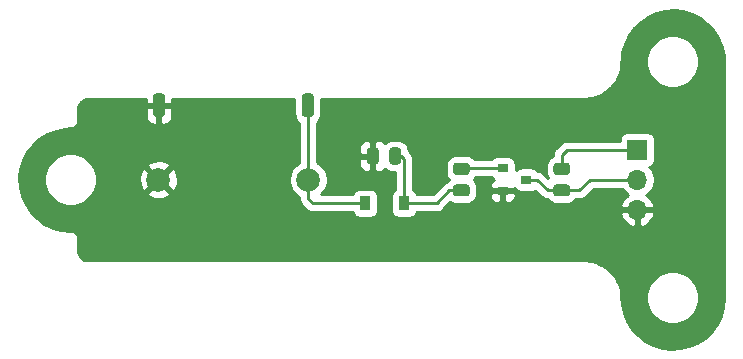
<source format=gbr>
%TF.GenerationSoftware,KiCad,Pcbnew,5.1.10-88a1d61d58~90~ubuntu21.04.1*%
%TF.CreationDate,2021-07-30T13:58:04+02:00*%
%TF.ProjectId,Detector_SMD_Simple,44657465-6374-46f7-925f-534d445f5369,rev?*%
%TF.SameCoordinates,Original*%
%TF.FileFunction,Copper,L1,Top*%
%TF.FilePolarity,Positive*%
%FSLAX46Y46*%
G04 Gerber Fmt 4.6, Leading zero omitted, Abs format (unit mm)*
G04 Created by KiCad (PCBNEW 5.1.10-88a1d61d58~90~ubuntu21.04.1) date 2021-07-30 13:58:04*
%MOMM*%
%LPD*%
G01*
G04 APERTURE LIST*
%TA.AperFunction,ComponentPad*%
%ADD10O,1.700000X1.700000*%
%TD*%
%TA.AperFunction,ComponentPad*%
%ADD11R,1.700000X1.700000*%
%TD*%
%TA.AperFunction,ComponentPad*%
%ADD12C,2.000000*%
%TD*%
%TA.AperFunction,SMDPad,CuDef*%
%ADD13R,0.900000X0.800000*%
%TD*%
%TA.AperFunction,SMDPad,CuDef*%
%ADD14R,0.900000X1.200000*%
%TD*%
%TA.AperFunction,Conductor*%
%ADD15C,0.250000*%
%TD*%
%TA.AperFunction,Conductor*%
%ADD16C,0.254000*%
%TD*%
%TA.AperFunction,Conductor*%
%ADD17C,0.100000*%
%TD*%
G04 APERTURE END LIST*
%TO.P,J1,1*%
%TO.N,Net-(CT1-Pad2)*%
%TA.AperFunction,SMDPad,CuDef*%
G36*
G01*
X73600000Y-44450000D02*
X73600000Y-42950000D01*
G75*
G02*
X73850000Y-42700000I250000J0D01*
G01*
X74350000Y-42700000D01*
G75*
G02*
X74600000Y-42950000I0J-250000D01*
G01*
X74600000Y-44450000D01*
G75*
G02*
X74350000Y-44700000I-250000J0D01*
G01*
X73850000Y-44700000D01*
G75*
G02*
X73600000Y-44450000I0J250000D01*
G01*
G37*
%TD.AperFunction*%
%TD*%
%TO.P,J2,1*%
%TO.N,GND*%
%TA.AperFunction,SMDPad,CuDef*%
G36*
G01*
X61000000Y-44450000D02*
X61000000Y-42950000D01*
G75*
G02*
X61250000Y-42700000I250000J0D01*
G01*
X61750000Y-42700000D01*
G75*
G02*
X62000000Y-42950000I0J-250000D01*
G01*
X62000000Y-44450000D01*
G75*
G02*
X61750000Y-44700000I-250000J0D01*
G01*
X61250000Y-44700000D01*
G75*
G02*
X61000000Y-44450000I0J250000D01*
G01*
G37*
%TD.AperFunction*%
%TD*%
%TO.P,R4,2*%
%TO.N,/Free_Out*%
%TA.AperFunction,SMDPad,CuDef*%
G36*
G01*
X95149998Y-50400000D02*
X96050002Y-50400000D01*
G75*
G02*
X96300000Y-50649998I0J-249998D01*
G01*
X96300000Y-51175002D01*
G75*
G02*
X96050002Y-51425000I-249998J0D01*
G01*
X95149998Y-51425000D01*
G75*
G02*
X94900000Y-51175002I0J249998D01*
G01*
X94900000Y-50649998D01*
G75*
G02*
X95149998Y-50400000I249998J0D01*
G01*
G37*
%TD.AperFunction*%
%TO.P,R4,1*%
%TO.N,+5V*%
%TA.AperFunction,SMDPad,CuDef*%
G36*
G01*
X95149998Y-48575000D02*
X96050002Y-48575000D01*
G75*
G02*
X96300000Y-48824998I0J-249998D01*
G01*
X96300000Y-49350002D01*
G75*
G02*
X96050002Y-49600000I-249998J0D01*
G01*
X95149998Y-49600000D01*
G75*
G02*
X94900000Y-49350002I0J249998D01*
G01*
X94900000Y-48824998D01*
G75*
G02*
X95149998Y-48575000I249998J0D01*
G01*
G37*
%TD.AperFunction*%
%TD*%
D10*
%TO.P,J3,3*%
%TO.N,GND*%
X102000000Y-52540000D03*
%TO.P,J3,2*%
%TO.N,/Free_Out*%
X102000000Y-50000000D03*
D11*
%TO.P,J3,1*%
%TO.N,+5V*%
X102000000Y-47460000D03*
%TD*%
D12*
%TO.P,CT1,2*%
%TO.N,Net-(CT1-Pad2)*%
X74150000Y-50000000D03*
%TO.P,CT1,1*%
%TO.N,GND*%
X61450000Y-50000000D03*
%TD*%
%TO.P,R2,2*%
%TO.N,Net-(C1-Pad1)*%
%TA.AperFunction,SMDPad,CuDef*%
G36*
G01*
X86649998Y-50400000D02*
X87550002Y-50400000D01*
G75*
G02*
X87800000Y-50649998I0J-249998D01*
G01*
X87800000Y-51175002D01*
G75*
G02*
X87550002Y-51425000I-249998J0D01*
G01*
X86649998Y-51425000D01*
G75*
G02*
X86400000Y-51175002I0J249998D01*
G01*
X86400000Y-50649998D01*
G75*
G02*
X86649998Y-50400000I249998J0D01*
G01*
G37*
%TD.AperFunction*%
%TO.P,R2,1*%
%TO.N,Net-(Q3-Pad1)*%
%TA.AperFunction,SMDPad,CuDef*%
G36*
G01*
X86649998Y-48575000D02*
X87550002Y-48575000D01*
G75*
G02*
X87800000Y-48824998I0J-249998D01*
G01*
X87800000Y-49350002D01*
G75*
G02*
X87550002Y-49600000I-249998J0D01*
G01*
X86649998Y-49600000D01*
G75*
G02*
X86400000Y-49350002I0J249998D01*
G01*
X86400000Y-48824998D01*
G75*
G02*
X86649998Y-48575000I249998J0D01*
G01*
G37*
%TD.AperFunction*%
%TD*%
D13*
%TO.P,Q3,3*%
%TO.N,/Free_Out*%
X92600000Y-50000000D03*
%TO.P,Q3,2*%
%TO.N,GND*%
X90600000Y-50950000D03*
%TO.P,Q3,1*%
%TO.N,Net-(Q3-Pad1)*%
X90600000Y-49050000D03*
%TD*%
D14*
%TO.P,D1,2*%
%TO.N,Net-(CT1-Pad2)*%
X78950000Y-52000000D03*
%TO.P,D1,1*%
%TO.N,Net-(C1-Pad1)*%
X82250000Y-52000000D03*
%TD*%
%TO.P,C1,2*%
%TO.N,GND*%
%TA.AperFunction,SMDPad,CuDef*%
G36*
G01*
X80100000Y-47525000D02*
X80100000Y-48475000D01*
G75*
G02*
X79850000Y-48725000I-250000J0D01*
G01*
X79350000Y-48725000D01*
G75*
G02*
X79100000Y-48475000I0J250000D01*
G01*
X79100000Y-47525000D01*
G75*
G02*
X79350000Y-47275000I250000J0D01*
G01*
X79850000Y-47275000D01*
G75*
G02*
X80100000Y-47525000I0J-250000D01*
G01*
G37*
%TD.AperFunction*%
%TO.P,C1,1*%
%TO.N,Net-(C1-Pad1)*%
%TA.AperFunction,SMDPad,CuDef*%
G36*
G01*
X82000000Y-47525000D02*
X82000000Y-48475000D01*
G75*
G02*
X81750000Y-48725000I-250000J0D01*
G01*
X81250000Y-48725000D01*
G75*
G02*
X81000000Y-48475000I0J250000D01*
G01*
X81000000Y-47525000D01*
G75*
G02*
X81250000Y-47275000I250000J0D01*
G01*
X81750000Y-47275000D01*
G75*
G02*
X82000000Y-47525000I0J-250000D01*
G01*
G37*
%TD.AperFunction*%
%TD*%
D15*
%TO.N,Net-(C1-Pad1)*%
X87100000Y-50912500D02*
X86087500Y-50912500D01*
X85000000Y-52000000D02*
X82250000Y-52000000D01*
X86087500Y-50912500D02*
X85000000Y-52000000D01*
X81500000Y-48000000D02*
X82000000Y-48000000D01*
X82250000Y-48250000D02*
X82250000Y-52000000D01*
X82000000Y-48000000D02*
X82250000Y-48250000D01*
%TO.N,+5V*%
X102000000Y-47460000D02*
X96040000Y-47460000D01*
X95600000Y-47900000D02*
X95600000Y-49087500D01*
X96040000Y-47460000D02*
X95600000Y-47900000D01*
%TO.N,Net-(CT1-Pad2)*%
X74150000Y-50000000D02*
X74150000Y-51650000D01*
X74500000Y-52000000D02*
X78950000Y-52000000D01*
X74150000Y-51650000D02*
X74500000Y-52000000D01*
X74100000Y-49950000D02*
X74150000Y-50000000D01*
X74100000Y-43700000D02*
X74100000Y-49950000D01*
%TO.N,/Free_Out*%
X94412500Y-50912500D02*
X95600000Y-50912500D01*
X93500000Y-50000000D02*
X94412500Y-50912500D01*
X92600000Y-50000000D02*
X93500000Y-50000000D01*
X95600000Y-50912500D02*
X97087500Y-50912500D01*
X98000000Y-50000000D02*
X102000000Y-50000000D01*
X97087500Y-50912500D02*
X98000000Y-50000000D01*
%TO.N,Net-(Q3-Pad1)*%
X87137500Y-49050000D02*
X87100000Y-49087500D01*
X90600000Y-49050000D02*
X87137500Y-49050000D01*
%TD*%
D16*
%TO.N,GND*%
X105901795Y-35757406D02*
X106638838Y-35984150D01*
X107324083Y-36337832D01*
X107935866Y-36807270D01*
X108454850Y-37377624D01*
X108864632Y-38030874D01*
X109152255Y-38746359D01*
X109310748Y-39511691D01*
X109340001Y-40019037D01*
X109340000Y-59970608D01*
X109268827Y-60768083D01*
X109065344Y-61511890D01*
X108733363Y-62207904D01*
X108283374Y-62834130D01*
X107729597Y-63370777D01*
X107089549Y-63800871D01*
X106383447Y-64110829D01*
X105633620Y-64290847D01*
X104863758Y-64335236D01*
X104098210Y-64242594D01*
X103361163Y-64015850D01*
X102675919Y-63662170D01*
X102064131Y-63192728D01*
X101545151Y-62622376D01*
X101135368Y-61969126D01*
X100847745Y-61253639D01*
X100689252Y-60488309D01*
X100658906Y-59962008D01*
X100657037Y-59949351D01*
X100657223Y-59922730D01*
X100656323Y-59913558D01*
X100642273Y-59779872D01*
X102765000Y-59779872D01*
X102765000Y-60220128D01*
X102850890Y-60651925D01*
X103019369Y-61058669D01*
X103263962Y-61424729D01*
X103575271Y-61736038D01*
X103941331Y-61980631D01*
X104348075Y-62149110D01*
X104779872Y-62235000D01*
X105220128Y-62235000D01*
X105651925Y-62149110D01*
X106058669Y-61980631D01*
X106424729Y-61736038D01*
X106736038Y-61424729D01*
X106980631Y-61058669D01*
X107149110Y-60651925D01*
X107235000Y-60220128D01*
X107235000Y-59779872D01*
X107149110Y-59348075D01*
X106980631Y-58941331D01*
X106736038Y-58575271D01*
X106424729Y-58263962D01*
X106058669Y-58019369D01*
X105651925Y-57850890D01*
X105220128Y-57765000D01*
X104779872Y-57765000D01*
X104348075Y-57850890D01*
X103941331Y-58019369D01*
X103575271Y-58263962D01*
X103263962Y-58575271D01*
X103019369Y-58941331D01*
X102850890Y-59348075D01*
X102765000Y-59779872D01*
X100642273Y-59779872D01*
X100605322Y-59428316D01*
X100593302Y-59369760D01*
X100582086Y-59310959D01*
X100579422Y-59302138D01*
X100435142Y-58836044D01*
X100411954Y-58780881D01*
X100389552Y-58725435D01*
X100385226Y-58717299D01*
X100153162Y-58288106D01*
X100119729Y-58238539D01*
X100086958Y-58188460D01*
X100081134Y-58181319D01*
X99770125Y-57805374D01*
X99727708Y-57763252D01*
X99685826Y-57720483D01*
X99678725Y-57714610D01*
X99300618Y-57406233D01*
X99250809Y-57373141D01*
X99201437Y-57339334D01*
X99193331Y-57334952D01*
X98762527Y-57105890D01*
X98707233Y-57083099D01*
X98652240Y-57059529D01*
X98643437Y-57056804D01*
X98176347Y-56915781D01*
X98117653Y-56904159D01*
X98059156Y-56891725D01*
X98049991Y-56890762D01*
X97564405Y-56843150D01*
X97564402Y-56843150D01*
X97532419Y-56840000D01*
X55532277Y-56840000D01*
X55337460Y-56820898D01*
X55181105Y-56773692D01*
X55036904Y-56697018D01*
X54910336Y-56593792D01*
X54806232Y-56467951D01*
X54728553Y-56324289D01*
X54680258Y-56168271D01*
X54660000Y-55975527D01*
X54660000Y-54967581D01*
X54650450Y-54870617D01*
X54612710Y-54746207D01*
X54551425Y-54631550D01*
X54468948Y-54531052D01*
X54368449Y-54448575D01*
X54253792Y-54387290D01*
X54129382Y-54349550D01*
X54000000Y-54336807D01*
X53996965Y-54337106D01*
X53231917Y-54268827D01*
X52488110Y-54065344D01*
X51792096Y-53733363D01*
X51165870Y-53283374D01*
X50629223Y-52729597D01*
X50199129Y-52089549D01*
X49889171Y-51383447D01*
X49709153Y-50633620D01*
X49664764Y-49863759D01*
X49674915Y-49779872D01*
X51765000Y-49779872D01*
X51765000Y-50220128D01*
X51850890Y-50651925D01*
X52019369Y-51058669D01*
X52263962Y-51424729D01*
X52575271Y-51736038D01*
X52941331Y-51980631D01*
X53348075Y-52149110D01*
X53779872Y-52235000D01*
X54220128Y-52235000D01*
X54651925Y-52149110D01*
X55058669Y-51980631D01*
X55424729Y-51736038D01*
X55736038Y-51424729D01*
X55929352Y-51135413D01*
X60494192Y-51135413D01*
X60589956Y-51399814D01*
X60879571Y-51540704D01*
X61191108Y-51622384D01*
X61512595Y-51641718D01*
X61831675Y-51597961D01*
X62136088Y-51492795D01*
X62310044Y-51399814D01*
X62405808Y-51135413D01*
X61450000Y-50179605D01*
X60494192Y-51135413D01*
X55929352Y-51135413D01*
X55980631Y-51058669D01*
X56149110Y-50651925D01*
X56235000Y-50220128D01*
X56235000Y-50062595D01*
X59808282Y-50062595D01*
X59852039Y-50381675D01*
X59957205Y-50686088D01*
X60050186Y-50860044D01*
X60314587Y-50955808D01*
X61270395Y-50000000D01*
X61629605Y-50000000D01*
X62585413Y-50955808D01*
X62849814Y-50860044D01*
X62990704Y-50570429D01*
X63072384Y-50258892D01*
X63091718Y-49937405D01*
X63047961Y-49618325D01*
X62942795Y-49313912D01*
X62849814Y-49139956D01*
X62585413Y-49044192D01*
X61629605Y-50000000D01*
X61270395Y-50000000D01*
X60314587Y-49044192D01*
X60050186Y-49139956D01*
X59909296Y-49429571D01*
X59827616Y-49741108D01*
X59808282Y-50062595D01*
X56235000Y-50062595D01*
X56235000Y-49779872D01*
X56149110Y-49348075D01*
X55980631Y-48941331D01*
X55929353Y-48864587D01*
X60494192Y-48864587D01*
X61450000Y-49820395D01*
X62405808Y-48864587D01*
X62310044Y-48600186D01*
X62020429Y-48459296D01*
X61708892Y-48377616D01*
X61387405Y-48358282D01*
X61068325Y-48402039D01*
X60763912Y-48507205D01*
X60589956Y-48600186D01*
X60494192Y-48864587D01*
X55929353Y-48864587D01*
X55736038Y-48575271D01*
X55424729Y-48263962D01*
X55058669Y-48019369D01*
X54651925Y-47850890D01*
X54220128Y-47765000D01*
X53779872Y-47765000D01*
X53348075Y-47850890D01*
X52941331Y-48019369D01*
X52575271Y-48263962D01*
X52263962Y-48575271D01*
X52019369Y-48941331D01*
X51850890Y-49348075D01*
X51765000Y-49779872D01*
X49674915Y-49779872D01*
X49757406Y-49098205D01*
X49984150Y-48361162D01*
X50337832Y-47675917D01*
X50807270Y-47064134D01*
X51377624Y-46545150D01*
X52030874Y-46135368D01*
X52746359Y-45847745D01*
X53511691Y-45689252D01*
X53986575Y-45661871D01*
X54000000Y-45663193D01*
X54129382Y-45650450D01*
X54253792Y-45612710D01*
X54368449Y-45551425D01*
X54468948Y-45468948D01*
X54551425Y-45368450D01*
X54612710Y-45253793D01*
X54650450Y-45129383D01*
X54660000Y-45032419D01*
X54660000Y-44700000D01*
X60361928Y-44700000D01*
X60374188Y-44824482D01*
X60410498Y-44944180D01*
X60469463Y-45054494D01*
X60548815Y-45151185D01*
X60645506Y-45230537D01*
X60755820Y-45289502D01*
X60875518Y-45325812D01*
X61000000Y-45338072D01*
X61214250Y-45335000D01*
X61373000Y-45176250D01*
X61373000Y-43827000D01*
X61627000Y-43827000D01*
X61627000Y-45176250D01*
X61785750Y-45335000D01*
X62000000Y-45338072D01*
X62124482Y-45325812D01*
X62244180Y-45289502D01*
X62354494Y-45230537D01*
X62451185Y-45151185D01*
X62530537Y-45054494D01*
X62589502Y-44944180D01*
X62625812Y-44824482D01*
X62638072Y-44700000D01*
X62635000Y-43985750D01*
X62476250Y-43827000D01*
X61627000Y-43827000D01*
X61373000Y-43827000D01*
X60523750Y-43827000D01*
X60365000Y-43985750D01*
X60361928Y-44700000D01*
X54660000Y-44700000D01*
X54660000Y-44032277D01*
X54679102Y-43837460D01*
X54726308Y-43681106D01*
X54802982Y-43536904D01*
X54906207Y-43410337D01*
X55032051Y-43306231D01*
X55175711Y-43228553D01*
X55331729Y-43180258D01*
X55524473Y-43160000D01*
X60363906Y-43160000D01*
X60365000Y-43414250D01*
X60523750Y-43573000D01*
X61373000Y-43573000D01*
X61373000Y-43553000D01*
X61627000Y-43553000D01*
X61627000Y-43573000D01*
X62476250Y-43573000D01*
X62635000Y-43414250D01*
X62636094Y-43160000D01*
X72961928Y-43160000D01*
X72961928Y-44450000D01*
X72978992Y-44623254D01*
X73029528Y-44789850D01*
X73111595Y-44943386D01*
X73222038Y-45077962D01*
X73340000Y-45174771D01*
X73340001Y-48574827D01*
X73107748Y-48730013D01*
X72880013Y-48957748D01*
X72701082Y-49225537D01*
X72577832Y-49523088D01*
X72515000Y-49838967D01*
X72515000Y-50161033D01*
X72577832Y-50476912D01*
X72701082Y-50774463D01*
X72880013Y-51042252D01*
X73107748Y-51269987D01*
X73375537Y-51448918D01*
X73390001Y-51454909D01*
X73390001Y-51612668D01*
X73386324Y-51650000D01*
X73390001Y-51687333D01*
X73398447Y-51773080D01*
X73400998Y-51798985D01*
X73444454Y-51942246D01*
X73515026Y-52074276D01*
X73586201Y-52161002D01*
X73610000Y-52190001D01*
X73638998Y-52213799D01*
X73936196Y-52510997D01*
X73959999Y-52540001D01*
X74075724Y-52634974D01*
X74207753Y-52705546D01*
X74351014Y-52749003D01*
X74462667Y-52760000D01*
X74462675Y-52760000D01*
X74500000Y-52763676D01*
X74537325Y-52760000D01*
X77884962Y-52760000D01*
X77910498Y-52844180D01*
X77969463Y-52954494D01*
X78048815Y-53051185D01*
X78145506Y-53130537D01*
X78255820Y-53189502D01*
X78375518Y-53225812D01*
X78500000Y-53238072D01*
X79400000Y-53238072D01*
X79524482Y-53225812D01*
X79644180Y-53189502D01*
X79754494Y-53130537D01*
X79851185Y-53051185D01*
X79930537Y-52954494D01*
X79989502Y-52844180D01*
X80025812Y-52724482D01*
X80038072Y-52600000D01*
X80038072Y-51400000D01*
X80025812Y-51275518D01*
X79989502Y-51155820D01*
X79930537Y-51045506D01*
X79851185Y-50948815D01*
X79754494Y-50869463D01*
X79644180Y-50810498D01*
X79524482Y-50774188D01*
X79400000Y-50761928D01*
X78500000Y-50761928D01*
X78375518Y-50774188D01*
X78255820Y-50810498D01*
X78145506Y-50869463D01*
X78048815Y-50948815D01*
X77969463Y-51045506D01*
X77910498Y-51155820D01*
X77884962Y-51240000D01*
X75222239Y-51240000D01*
X75419987Y-51042252D01*
X75598918Y-50774463D01*
X75722168Y-50476912D01*
X75785000Y-50161033D01*
X75785000Y-49838967D01*
X75722168Y-49523088D01*
X75598918Y-49225537D01*
X75419987Y-48957748D01*
X75192252Y-48730013D01*
X75184750Y-48725000D01*
X78461928Y-48725000D01*
X78474188Y-48849482D01*
X78510498Y-48969180D01*
X78569463Y-49079494D01*
X78648815Y-49176185D01*
X78745506Y-49255537D01*
X78855820Y-49314502D01*
X78975518Y-49350812D01*
X79100000Y-49363072D01*
X79314250Y-49360000D01*
X79473000Y-49201250D01*
X79473000Y-48127000D01*
X78623750Y-48127000D01*
X78465000Y-48285750D01*
X78461928Y-48725000D01*
X75184750Y-48725000D01*
X74924463Y-48551082D01*
X74860000Y-48524380D01*
X74860000Y-47275000D01*
X78461928Y-47275000D01*
X78465000Y-47714250D01*
X78623750Y-47873000D01*
X79473000Y-47873000D01*
X79473000Y-46798750D01*
X79727000Y-46798750D01*
X79727000Y-47873000D01*
X79747000Y-47873000D01*
X79747000Y-48127000D01*
X79727000Y-48127000D01*
X79727000Y-49201250D01*
X79885750Y-49360000D01*
X80100000Y-49363072D01*
X80224482Y-49350812D01*
X80344180Y-49314502D01*
X80454494Y-49255537D01*
X80551185Y-49176185D01*
X80616658Y-49096406D01*
X80622038Y-49102962D01*
X80756614Y-49213405D01*
X80910150Y-49295472D01*
X81076746Y-49346008D01*
X81250000Y-49363072D01*
X81490000Y-49363072D01*
X81490001Y-50845680D01*
X81445506Y-50869463D01*
X81348815Y-50948815D01*
X81269463Y-51045506D01*
X81210498Y-51155820D01*
X81174188Y-51275518D01*
X81161928Y-51400000D01*
X81161928Y-52600000D01*
X81174188Y-52724482D01*
X81210498Y-52844180D01*
X81269463Y-52954494D01*
X81348815Y-53051185D01*
X81445506Y-53130537D01*
X81555820Y-53189502D01*
X81675518Y-53225812D01*
X81800000Y-53238072D01*
X82700000Y-53238072D01*
X82824482Y-53225812D01*
X82944180Y-53189502D01*
X83054494Y-53130537D01*
X83151185Y-53051185D01*
X83230537Y-52954494D01*
X83261327Y-52896890D01*
X100558524Y-52896890D01*
X100603175Y-53044099D01*
X100728359Y-53306920D01*
X100902412Y-53540269D01*
X101118645Y-53735178D01*
X101368748Y-53884157D01*
X101643109Y-53981481D01*
X101873000Y-53860814D01*
X101873000Y-52667000D01*
X102127000Y-52667000D01*
X102127000Y-53860814D01*
X102356891Y-53981481D01*
X102631252Y-53884157D01*
X102881355Y-53735178D01*
X103097588Y-53540269D01*
X103271641Y-53306920D01*
X103396825Y-53044099D01*
X103441476Y-52896890D01*
X103320155Y-52667000D01*
X102127000Y-52667000D01*
X101873000Y-52667000D01*
X100679845Y-52667000D01*
X100558524Y-52896890D01*
X83261327Y-52896890D01*
X83289502Y-52844180D01*
X83315038Y-52760000D01*
X84962678Y-52760000D01*
X85000000Y-52763676D01*
X85037322Y-52760000D01*
X85037333Y-52760000D01*
X85148986Y-52749003D01*
X85292247Y-52705546D01*
X85424276Y-52634974D01*
X85540001Y-52540001D01*
X85563804Y-52510998D01*
X86159730Y-51915071D01*
X86310148Y-51995472D01*
X86476744Y-52046008D01*
X86649998Y-52063072D01*
X87550002Y-52063072D01*
X87723256Y-52046008D01*
X87889852Y-51995472D01*
X88043387Y-51913405D01*
X88177962Y-51802962D01*
X88288405Y-51668387D01*
X88370472Y-51514852D01*
X88420478Y-51350000D01*
X89511928Y-51350000D01*
X89524188Y-51474482D01*
X89560498Y-51594180D01*
X89619463Y-51704494D01*
X89698815Y-51801185D01*
X89795506Y-51880537D01*
X89905820Y-51939502D01*
X90025518Y-51975812D01*
X90150000Y-51988072D01*
X90314250Y-51985000D01*
X90473000Y-51826250D01*
X90473000Y-51077000D01*
X90727000Y-51077000D01*
X90727000Y-51826250D01*
X90885750Y-51985000D01*
X91050000Y-51988072D01*
X91174482Y-51975812D01*
X91294180Y-51939502D01*
X91404494Y-51880537D01*
X91501185Y-51801185D01*
X91580537Y-51704494D01*
X91639502Y-51594180D01*
X91675812Y-51474482D01*
X91688072Y-51350000D01*
X91685000Y-51235750D01*
X91526250Y-51077000D01*
X90727000Y-51077000D01*
X90473000Y-51077000D01*
X89673750Y-51077000D01*
X89515000Y-51235750D01*
X89511928Y-51350000D01*
X88420478Y-51350000D01*
X88421008Y-51348256D01*
X88438072Y-51175002D01*
X88438072Y-50649998D01*
X88421008Y-50476744D01*
X88370472Y-50310148D01*
X88288405Y-50156613D01*
X88177962Y-50022038D01*
X88151109Y-50000000D01*
X88177962Y-49977962D01*
X88288405Y-49843387D01*
X88306251Y-49810000D01*
X89623982Y-49810000D01*
X89698815Y-49901185D01*
X89795506Y-49980537D01*
X89831918Y-50000000D01*
X89795506Y-50019463D01*
X89698815Y-50098815D01*
X89619463Y-50195506D01*
X89560498Y-50305820D01*
X89524188Y-50425518D01*
X89511928Y-50550000D01*
X89515000Y-50664250D01*
X89673750Y-50823000D01*
X90473000Y-50823000D01*
X90473000Y-50803000D01*
X90727000Y-50803000D01*
X90727000Y-50823000D01*
X91526250Y-50823000D01*
X91610857Y-50738393D01*
X91619463Y-50754494D01*
X91698815Y-50851185D01*
X91795506Y-50930537D01*
X91905820Y-50989502D01*
X92025518Y-51025812D01*
X92150000Y-51038072D01*
X93050000Y-51038072D01*
X93174482Y-51025812D01*
X93294180Y-50989502D01*
X93372720Y-50947521D01*
X93848701Y-51423503D01*
X93872499Y-51452501D01*
X93901497Y-51476299D01*
X93988223Y-51547474D01*
X94082677Y-51597961D01*
X94120253Y-51618046D01*
X94263514Y-51661503D01*
X94375167Y-51672500D01*
X94375177Y-51672500D01*
X94412500Y-51676176D01*
X94417577Y-51675676D01*
X94522038Y-51802962D01*
X94656613Y-51913405D01*
X94810148Y-51995472D01*
X94976744Y-52046008D01*
X95149998Y-52063072D01*
X96050002Y-52063072D01*
X96223256Y-52046008D01*
X96389852Y-51995472D01*
X96543387Y-51913405D01*
X96677962Y-51802962D01*
X96785030Y-51672500D01*
X97050178Y-51672500D01*
X97087500Y-51676176D01*
X97124822Y-51672500D01*
X97124833Y-51672500D01*
X97236486Y-51661503D01*
X97379747Y-51618046D01*
X97511776Y-51547474D01*
X97627501Y-51452501D01*
X97651303Y-51423498D01*
X98314802Y-50760000D01*
X100721822Y-50760000D01*
X100846525Y-50946632D01*
X101053368Y-51153475D01*
X101235534Y-51275195D01*
X101118645Y-51344822D01*
X100902412Y-51539731D01*
X100728359Y-51773080D01*
X100603175Y-52035901D01*
X100558524Y-52183110D01*
X100679845Y-52413000D01*
X101873000Y-52413000D01*
X101873000Y-52393000D01*
X102127000Y-52393000D01*
X102127000Y-52413000D01*
X103320155Y-52413000D01*
X103441476Y-52183110D01*
X103396825Y-52035901D01*
X103271641Y-51773080D01*
X103097588Y-51539731D01*
X102881355Y-51344822D01*
X102764466Y-51275195D01*
X102946632Y-51153475D01*
X103153475Y-50946632D01*
X103315990Y-50703411D01*
X103427932Y-50433158D01*
X103485000Y-50146260D01*
X103485000Y-49853740D01*
X103427932Y-49566842D01*
X103315990Y-49296589D01*
X103153475Y-49053368D01*
X103021620Y-48921513D01*
X103094180Y-48899502D01*
X103204494Y-48840537D01*
X103301185Y-48761185D01*
X103380537Y-48664494D01*
X103439502Y-48554180D01*
X103475812Y-48434482D01*
X103488072Y-48310000D01*
X103488072Y-46610000D01*
X103475812Y-46485518D01*
X103439502Y-46365820D01*
X103380537Y-46255506D01*
X103301185Y-46158815D01*
X103204494Y-46079463D01*
X103094180Y-46020498D01*
X102974482Y-45984188D01*
X102850000Y-45971928D01*
X101150000Y-45971928D01*
X101025518Y-45984188D01*
X100905820Y-46020498D01*
X100795506Y-46079463D01*
X100698815Y-46158815D01*
X100619463Y-46255506D01*
X100560498Y-46365820D01*
X100524188Y-46485518D01*
X100511928Y-46610000D01*
X100511928Y-46700000D01*
X96077323Y-46700000D01*
X96040000Y-46696324D01*
X96002677Y-46700000D01*
X96002667Y-46700000D01*
X95891014Y-46710997D01*
X95747753Y-46754454D01*
X95615723Y-46825026D01*
X95573146Y-46859969D01*
X95499999Y-46919999D01*
X95476196Y-46949003D01*
X95089003Y-47336196D01*
X95059999Y-47359999D01*
X95004871Y-47427174D01*
X94965026Y-47475724D01*
X94928289Y-47544454D01*
X94894454Y-47607754D01*
X94850997Y-47751015D01*
X94840000Y-47862668D01*
X94840000Y-47862678D01*
X94836324Y-47900000D01*
X94840000Y-47937323D01*
X94840000Y-47995473D01*
X94810148Y-48004528D01*
X94656613Y-48086595D01*
X94522038Y-48197038D01*
X94411595Y-48331613D01*
X94329528Y-48485148D01*
X94278992Y-48651744D01*
X94261928Y-48824998D01*
X94261928Y-49350002D01*
X94278992Y-49523256D01*
X94329528Y-49689852D01*
X94404024Y-49829222D01*
X94063803Y-49489002D01*
X94040001Y-49459999D01*
X93924276Y-49365026D01*
X93792247Y-49294454D01*
X93648986Y-49250997D01*
X93579420Y-49244145D01*
X93501185Y-49148815D01*
X93404494Y-49069463D01*
X93294180Y-49010498D01*
X93174482Y-48974188D01*
X93050000Y-48961928D01*
X92150000Y-48961928D01*
X92025518Y-48974188D01*
X91905820Y-49010498D01*
X91795506Y-49069463D01*
X91698815Y-49148815D01*
X91688072Y-49161905D01*
X91688072Y-48650000D01*
X91675812Y-48525518D01*
X91639502Y-48405820D01*
X91580537Y-48295506D01*
X91501185Y-48198815D01*
X91404494Y-48119463D01*
X91294180Y-48060498D01*
X91174482Y-48024188D01*
X91050000Y-48011928D01*
X90150000Y-48011928D01*
X90025518Y-48024188D01*
X89905820Y-48060498D01*
X89795506Y-48119463D01*
X89698815Y-48198815D01*
X89623982Y-48290000D01*
X88254254Y-48290000D01*
X88177962Y-48197038D01*
X88043387Y-48086595D01*
X87889852Y-48004528D01*
X87723256Y-47953992D01*
X87550002Y-47936928D01*
X86649998Y-47936928D01*
X86476744Y-47953992D01*
X86310148Y-48004528D01*
X86156613Y-48086595D01*
X86022038Y-48197038D01*
X85911595Y-48331613D01*
X85829528Y-48485148D01*
X85778992Y-48651744D01*
X85761928Y-48824998D01*
X85761928Y-49350002D01*
X85778992Y-49523256D01*
X85829528Y-49689852D01*
X85911595Y-49843387D01*
X86022038Y-49977962D01*
X86048891Y-50000000D01*
X86022038Y-50022038D01*
X85911595Y-50156613D01*
X85901994Y-50174575D01*
X85795253Y-50206954D01*
X85663224Y-50277526D01*
X85547499Y-50372499D01*
X85523701Y-50401497D01*
X84685199Y-51240000D01*
X83315038Y-51240000D01*
X83289502Y-51155820D01*
X83230537Y-51045506D01*
X83151185Y-50948815D01*
X83054494Y-50869463D01*
X83010000Y-50845680D01*
X83010000Y-48287322D01*
X83013676Y-48249999D01*
X83010000Y-48212676D01*
X83010000Y-48212667D01*
X82999003Y-48101014D01*
X82955546Y-47957753D01*
X82884974Y-47825724D01*
X82790001Y-47709999D01*
X82761003Y-47686201D01*
X82638072Y-47563271D01*
X82638072Y-47525000D01*
X82621008Y-47351746D01*
X82570472Y-47185150D01*
X82488405Y-47031614D01*
X82377962Y-46897038D01*
X82243386Y-46786595D01*
X82089850Y-46704528D01*
X81923254Y-46653992D01*
X81750000Y-46636928D01*
X81250000Y-46636928D01*
X81076746Y-46653992D01*
X80910150Y-46704528D01*
X80756614Y-46786595D01*
X80622038Y-46897038D01*
X80616658Y-46903594D01*
X80551185Y-46823815D01*
X80454494Y-46744463D01*
X80344180Y-46685498D01*
X80224482Y-46649188D01*
X80100000Y-46636928D01*
X79885750Y-46640000D01*
X79727000Y-46798750D01*
X79473000Y-46798750D01*
X79314250Y-46640000D01*
X79100000Y-46636928D01*
X78975518Y-46649188D01*
X78855820Y-46685498D01*
X78745506Y-46744463D01*
X78648815Y-46823815D01*
X78569463Y-46920506D01*
X78510498Y-47030820D01*
X78474188Y-47150518D01*
X78461928Y-47275000D01*
X74860000Y-47275000D01*
X74860000Y-45174770D01*
X74977962Y-45077962D01*
X75088405Y-44943386D01*
X75170472Y-44789850D01*
X75221008Y-44623254D01*
X75238072Y-44450000D01*
X75238072Y-43160000D01*
X97532419Y-43160000D01*
X97561718Y-43157114D01*
X97577271Y-43157223D01*
X97586442Y-43156323D01*
X98071684Y-43105322D01*
X98130247Y-43093301D01*
X98189040Y-43082086D01*
X98197862Y-43079422D01*
X98663956Y-42935142D01*
X98719086Y-42911967D01*
X98774565Y-42889553D01*
X98782701Y-42885226D01*
X99211894Y-42653162D01*
X99261461Y-42619729D01*
X99311540Y-42586958D01*
X99318681Y-42581133D01*
X99694627Y-42270125D01*
X99736767Y-42227689D01*
X99779517Y-42185826D01*
X99785391Y-42178725D01*
X100093767Y-41800618D01*
X100126859Y-41750809D01*
X100160666Y-41701437D01*
X100165047Y-41693333D01*
X100165051Y-41693325D01*
X100394111Y-41262527D01*
X100416910Y-41207212D01*
X100440471Y-41152240D01*
X100443196Y-41143437D01*
X100584219Y-40676348D01*
X100595845Y-40617631D01*
X100608275Y-40559155D01*
X100609238Y-40549991D01*
X100656850Y-40064404D01*
X100656850Y-40062307D01*
X100657387Y-40058670D01*
X100682269Y-39779872D01*
X102765000Y-39779872D01*
X102765000Y-40220128D01*
X102850890Y-40651925D01*
X103019369Y-41058669D01*
X103263962Y-41424729D01*
X103575271Y-41736038D01*
X103941331Y-41980631D01*
X104348075Y-42149110D01*
X104779872Y-42235000D01*
X105220128Y-42235000D01*
X105651925Y-42149110D01*
X106058669Y-41980631D01*
X106424729Y-41736038D01*
X106736038Y-41424729D01*
X106980631Y-41058669D01*
X107149110Y-40651925D01*
X107235000Y-40220128D01*
X107235000Y-39779872D01*
X107149110Y-39348075D01*
X106980631Y-38941331D01*
X106736038Y-38575271D01*
X106424729Y-38263962D01*
X106058669Y-38019369D01*
X105651925Y-37850890D01*
X105220128Y-37765000D01*
X104779872Y-37765000D01*
X104348075Y-37850890D01*
X103941331Y-38019369D01*
X103575271Y-38263962D01*
X103263962Y-38575271D01*
X103019369Y-38941331D01*
X102850890Y-39348075D01*
X102765000Y-39779872D01*
X100682269Y-39779872D01*
X100731173Y-39231917D01*
X100934656Y-38488109D01*
X101266638Y-37792095D01*
X101716626Y-37165870D01*
X102270403Y-36629223D01*
X102910451Y-36199129D01*
X103616553Y-35889171D01*
X104366380Y-35709153D01*
X105136241Y-35664764D01*
X105901795Y-35757406D01*
%TA.AperFunction,Conductor*%
D17*
G36*
X105901795Y-35757406D02*
G01*
X106638838Y-35984150D01*
X107324083Y-36337832D01*
X107935866Y-36807270D01*
X108454850Y-37377624D01*
X108864632Y-38030874D01*
X109152255Y-38746359D01*
X109310748Y-39511691D01*
X109340001Y-40019037D01*
X109340000Y-59970608D01*
X109268827Y-60768083D01*
X109065344Y-61511890D01*
X108733363Y-62207904D01*
X108283374Y-62834130D01*
X107729597Y-63370777D01*
X107089549Y-63800871D01*
X106383447Y-64110829D01*
X105633620Y-64290847D01*
X104863758Y-64335236D01*
X104098210Y-64242594D01*
X103361163Y-64015850D01*
X102675919Y-63662170D01*
X102064131Y-63192728D01*
X101545151Y-62622376D01*
X101135368Y-61969126D01*
X100847745Y-61253639D01*
X100689252Y-60488309D01*
X100658906Y-59962008D01*
X100657037Y-59949351D01*
X100657223Y-59922730D01*
X100656323Y-59913558D01*
X100642273Y-59779872D01*
X102765000Y-59779872D01*
X102765000Y-60220128D01*
X102850890Y-60651925D01*
X103019369Y-61058669D01*
X103263962Y-61424729D01*
X103575271Y-61736038D01*
X103941331Y-61980631D01*
X104348075Y-62149110D01*
X104779872Y-62235000D01*
X105220128Y-62235000D01*
X105651925Y-62149110D01*
X106058669Y-61980631D01*
X106424729Y-61736038D01*
X106736038Y-61424729D01*
X106980631Y-61058669D01*
X107149110Y-60651925D01*
X107235000Y-60220128D01*
X107235000Y-59779872D01*
X107149110Y-59348075D01*
X106980631Y-58941331D01*
X106736038Y-58575271D01*
X106424729Y-58263962D01*
X106058669Y-58019369D01*
X105651925Y-57850890D01*
X105220128Y-57765000D01*
X104779872Y-57765000D01*
X104348075Y-57850890D01*
X103941331Y-58019369D01*
X103575271Y-58263962D01*
X103263962Y-58575271D01*
X103019369Y-58941331D01*
X102850890Y-59348075D01*
X102765000Y-59779872D01*
X100642273Y-59779872D01*
X100605322Y-59428316D01*
X100593302Y-59369760D01*
X100582086Y-59310959D01*
X100579422Y-59302138D01*
X100435142Y-58836044D01*
X100411954Y-58780881D01*
X100389552Y-58725435D01*
X100385226Y-58717299D01*
X100153162Y-58288106D01*
X100119729Y-58238539D01*
X100086958Y-58188460D01*
X100081134Y-58181319D01*
X99770125Y-57805374D01*
X99727708Y-57763252D01*
X99685826Y-57720483D01*
X99678725Y-57714610D01*
X99300618Y-57406233D01*
X99250809Y-57373141D01*
X99201437Y-57339334D01*
X99193331Y-57334952D01*
X98762527Y-57105890D01*
X98707233Y-57083099D01*
X98652240Y-57059529D01*
X98643437Y-57056804D01*
X98176347Y-56915781D01*
X98117653Y-56904159D01*
X98059156Y-56891725D01*
X98049991Y-56890762D01*
X97564405Y-56843150D01*
X97564402Y-56843150D01*
X97532419Y-56840000D01*
X55532277Y-56840000D01*
X55337460Y-56820898D01*
X55181105Y-56773692D01*
X55036904Y-56697018D01*
X54910336Y-56593792D01*
X54806232Y-56467951D01*
X54728553Y-56324289D01*
X54680258Y-56168271D01*
X54660000Y-55975527D01*
X54660000Y-54967581D01*
X54650450Y-54870617D01*
X54612710Y-54746207D01*
X54551425Y-54631550D01*
X54468948Y-54531052D01*
X54368449Y-54448575D01*
X54253792Y-54387290D01*
X54129382Y-54349550D01*
X54000000Y-54336807D01*
X53996965Y-54337106D01*
X53231917Y-54268827D01*
X52488110Y-54065344D01*
X51792096Y-53733363D01*
X51165870Y-53283374D01*
X50629223Y-52729597D01*
X50199129Y-52089549D01*
X49889171Y-51383447D01*
X49709153Y-50633620D01*
X49664764Y-49863759D01*
X49674915Y-49779872D01*
X51765000Y-49779872D01*
X51765000Y-50220128D01*
X51850890Y-50651925D01*
X52019369Y-51058669D01*
X52263962Y-51424729D01*
X52575271Y-51736038D01*
X52941331Y-51980631D01*
X53348075Y-52149110D01*
X53779872Y-52235000D01*
X54220128Y-52235000D01*
X54651925Y-52149110D01*
X55058669Y-51980631D01*
X55424729Y-51736038D01*
X55736038Y-51424729D01*
X55929352Y-51135413D01*
X60494192Y-51135413D01*
X60589956Y-51399814D01*
X60879571Y-51540704D01*
X61191108Y-51622384D01*
X61512595Y-51641718D01*
X61831675Y-51597961D01*
X62136088Y-51492795D01*
X62310044Y-51399814D01*
X62405808Y-51135413D01*
X61450000Y-50179605D01*
X60494192Y-51135413D01*
X55929352Y-51135413D01*
X55980631Y-51058669D01*
X56149110Y-50651925D01*
X56235000Y-50220128D01*
X56235000Y-50062595D01*
X59808282Y-50062595D01*
X59852039Y-50381675D01*
X59957205Y-50686088D01*
X60050186Y-50860044D01*
X60314587Y-50955808D01*
X61270395Y-50000000D01*
X61629605Y-50000000D01*
X62585413Y-50955808D01*
X62849814Y-50860044D01*
X62990704Y-50570429D01*
X63072384Y-50258892D01*
X63091718Y-49937405D01*
X63047961Y-49618325D01*
X62942795Y-49313912D01*
X62849814Y-49139956D01*
X62585413Y-49044192D01*
X61629605Y-50000000D01*
X61270395Y-50000000D01*
X60314587Y-49044192D01*
X60050186Y-49139956D01*
X59909296Y-49429571D01*
X59827616Y-49741108D01*
X59808282Y-50062595D01*
X56235000Y-50062595D01*
X56235000Y-49779872D01*
X56149110Y-49348075D01*
X55980631Y-48941331D01*
X55929353Y-48864587D01*
X60494192Y-48864587D01*
X61450000Y-49820395D01*
X62405808Y-48864587D01*
X62310044Y-48600186D01*
X62020429Y-48459296D01*
X61708892Y-48377616D01*
X61387405Y-48358282D01*
X61068325Y-48402039D01*
X60763912Y-48507205D01*
X60589956Y-48600186D01*
X60494192Y-48864587D01*
X55929353Y-48864587D01*
X55736038Y-48575271D01*
X55424729Y-48263962D01*
X55058669Y-48019369D01*
X54651925Y-47850890D01*
X54220128Y-47765000D01*
X53779872Y-47765000D01*
X53348075Y-47850890D01*
X52941331Y-48019369D01*
X52575271Y-48263962D01*
X52263962Y-48575271D01*
X52019369Y-48941331D01*
X51850890Y-49348075D01*
X51765000Y-49779872D01*
X49674915Y-49779872D01*
X49757406Y-49098205D01*
X49984150Y-48361162D01*
X50337832Y-47675917D01*
X50807270Y-47064134D01*
X51377624Y-46545150D01*
X52030874Y-46135368D01*
X52746359Y-45847745D01*
X53511691Y-45689252D01*
X53986575Y-45661871D01*
X54000000Y-45663193D01*
X54129382Y-45650450D01*
X54253792Y-45612710D01*
X54368449Y-45551425D01*
X54468948Y-45468948D01*
X54551425Y-45368450D01*
X54612710Y-45253793D01*
X54650450Y-45129383D01*
X54660000Y-45032419D01*
X54660000Y-44700000D01*
X60361928Y-44700000D01*
X60374188Y-44824482D01*
X60410498Y-44944180D01*
X60469463Y-45054494D01*
X60548815Y-45151185D01*
X60645506Y-45230537D01*
X60755820Y-45289502D01*
X60875518Y-45325812D01*
X61000000Y-45338072D01*
X61214250Y-45335000D01*
X61373000Y-45176250D01*
X61373000Y-43827000D01*
X61627000Y-43827000D01*
X61627000Y-45176250D01*
X61785750Y-45335000D01*
X62000000Y-45338072D01*
X62124482Y-45325812D01*
X62244180Y-45289502D01*
X62354494Y-45230537D01*
X62451185Y-45151185D01*
X62530537Y-45054494D01*
X62589502Y-44944180D01*
X62625812Y-44824482D01*
X62638072Y-44700000D01*
X62635000Y-43985750D01*
X62476250Y-43827000D01*
X61627000Y-43827000D01*
X61373000Y-43827000D01*
X60523750Y-43827000D01*
X60365000Y-43985750D01*
X60361928Y-44700000D01*
X54660000Y-44700000D01*
X54660000Y-44032277D01*
X54679102Y-43837460D01*
X54726308Y-43681106D01*
X54802982Y-43536904D01*
X54906207Y-43410337D01*
X55032051Y-43306231D01*
X55175711Y-43228553D01*
X55331729Y-43180258D01*
X55524473Y-43160000D01*
X60363906Y-43160000D01*
X60365000Y-43414250D01*
X60523750Y-43573000D01*
X61373000Y-43573000D01*
X61373000Y-43553000D01*
X61627000Y-43553000D01*
X61627000Y-43573000D01*
X62476250Y-43573000D01*
X62635000Y-43414250D01*
X62636094Y-43160000D01*
X72961928Y-43160000D01*
X72961928Y-44450000D01*
X72978992Y-44623254D01*
X73029528Y-44789850D01*
X73111595Y-44943386D01*
X73222038Y-45077962D01*
X73340000Y-45174771D01*
X73340001Y-48574827D01*
X73107748Y-48730013D01*
X72880013Y-48957748D01*
X72701082Y-49225537D01*
X72577832Y-49523088D01*
X72515000Y-49838967D01*
X72515000Y-50161033D01*
X72577832Y-50476912D01*
X72701082Y-50774463D01*
X72880013Y-51042252D01*
X73107748Y-51269987D01*
X73375537Y-51448918D01*
X73390001Y-51454909D01*
X73390001Y-51612668D01*
X73386324Y-51650000D01*
X73390001Y-51687333D01*
X73398447Y-51773080D01*
X73400998Y-51798985D01*
X73444454Y-51942246D01*
X73515026Y-52074276D01*
X73586201Y-52161002D01*
X73610000Y-52190001D01*
X73638998Y-52213799D01*
X73936196Y-52510997D01*
X73959999Y-52540001D01*
X74075724Y-52634974D01*
X74207753Y-52705546D01*
X74351014Y-52749003D01*
X74462667Y-52760000D01*
X74462675Y-52760000D01*
X74500000Y-52763676D01*
X74537325Y-52760000D01*
X77884962Y-52760000D01*
X77910498Y-52844180D01*
X77969463Y-52954494D01*
X78048815Y-53051185D01*
X78145506Y-53130537D01*
X78255820Y-53189502D01*
X78375518Y-53225812D01*
X78500000Y-53238072D01*
X79400000Y-53238072D01*
X79524482Y-53225812D01*
X79644180Y-53189502D01*
X79754494Y-53130537D01*
X79851185Y-53051185D01*
X79930537Y-52954494D01*
X79989502Y-52844180D01*
X80025812Y-52724482D01*
X80038072Y-52600000D01*
X80038072Y-51400000D01*
X80025812Y-51275518D01*
X79989502Y-51155820D01*
X79930537Y-51045506D01*
X79851185Y-50948815D01*
X79754494Y-50869463D01*
X79644180Y-50810498D01*
X79524482Y-50774188D01*
X79400000Y-50761928D01*
X78500000Y-50761928D01*
X78375518Y-50774188D01*
X78255820Y-50810498D01*
X78145506Y-50869463D01*
X78048815Y-50948815D01*
X77969463Y-51045506D01*
X77910498Y-51155820D01*
X77884962Y-51240000D01*
X75222239Y-51240000D01*
X75419987Y-51042252D01*
X75598918Y-50774463D01*
X75722168Y-50476912D01*
X75785000Y-50161033D01*
X75785000Y-49838967D01*
X75722168Y-49523088D01*
X75598918Y-49225537D01*
X75419987Y-48957748D01*
X75192252Y-48730013D01*
X75184750Y-48725000D01*
X78461928Y-48725000D01*
X78474188Y-48849482D01*
X78510498Y-48969180D01*
X78569463Y-49079494D01*
X78648815Y-49176185D01*
X78745506Y-49255537D01*
X78855820Y-49314502D01*
X78975518Y-49350812D01*
X79100000Y-49363072D01*
X79314250Y-49360000D01*
X79473000Y-49201250D01*
X79473000Y-48127000D01*
X78623750Y-48127000D01*
X78465000Y-48285750D01*
X78461928Y-48725000D01*
X75184750Y-48725000D01*
X74924463Y-48551082D01*
X74860000Y-48524380D01*
X74860000Y-47275000D01*
X78461928Y-47275000D01*
X78465000Y-47714250D01*
X78623750Y-47873000D01*
X79473000Y-47873000D01*
X79473000Y-46798750D01*
X79727000Y-46798750D01*
X79727000Y-47873000D01*
X79747000Y-47873000D01*
X79747000Y-48127000D01*
X79727000Y-48127000D01*
X79727000Y-49201250D01*
X79885750Y-49360000D01*
X80100000Y-49363072D01*
X80224482Y-49350812D01*
X80344180Y-49314502D01*
X80454494Y-49255537D01*
X80551185Y-49176185D01*
X80616658Y-49096406D01*
X80622038Y-49102962D01*
X80756614Y-49213405D01*
X80910150Y-49295472D01*
X81076746Y-49346008D01*
X81250000Y-49363072D01*
X81490000Y-49363072D01*
X81490001Y-50845680D01*
X81445506Y-50869463D01*
X81348815Y-50948815D01*
X81269463Y-51045506D01*
X81210498Y-51155820D01*
X81174188Y-51275518D01*
X81161928Y-51400000D01*
X81161928Y-52600000D01*
X81174188Y-52724482D01*
X81210498Y-52844180D01*
X81269463Y-52954494D01*
X81348815Y-53051185D01*
X81445506Y-53130537D01*
X81555820Y-53189502D01*
X81675518Y-53225812D01*
X81800000Y-53238072D01*
X82700000Y-53238072D01*
X82824482Y-53225812D01*
X82944180Y-53189502D01*
X83054494Y-53130537D01*
X83151185Y-53051185D01*
X83230537Y-52954494D01*
X83261327Y-52896890D01*
X100558524Y-52896890D01*
X100603175Y-53044099D01*
X100728359Y-53306920D01*
X100902412Y-53540269D01*
X101118645Y-53735178D01*
X101368748Y-53884157D01*
X101643109Y-53981481D01*
X101873000Y-53860814D01*
X101873000Y-52667000D01*
X102127000Y-52667000D01*
X102127000Y-53860814D01*
X102356891Y-53981481D01*
X102631252Y-53884157D01*
X102881355Y-53735178D01*
X103097588Y-53540269D01*
X103271641Y-53306920D01*
X103396825Y-53044099D01*
X103441476Y-52896890D01*
X103320155Y-52667000D01*
X102127000Y-52667000D01*
X101873000Y-52667000D01*
X100679845Y-52667000D01*
X100558524Y-52896890D01*
X83261327Y-52896890D01*
X83289502Y-52844180D01*
X83315038Y-52760000D01*
X84962678Y-52760000D01*
X85000000Y-52763676D01*
X85037322Y-52760000D01*
X85037333Y-52760000D01*
X85148986Y-52749003D01*
X85292247Y-52705546D01*
X85424276Y-52634974D01*
X85540001Y-52540001D01*
X85563804Y-52510998D01*
X86159730Y-51915071D01*
X86310148Y-51995472D01*
X86476744Y-52046008D01*
X86649998Y-52063072D01*
X87550002Y-52063072D01*
X87723256Y-52046008D01*
X87889852Y-51995472D01*
X88043387Y-51913405D01*
X88177962Y-51802962D01*
X88288405Y-51668387D01*
X88370472Y-51514852D01*
X88420478Y-51350000D01*
X89511928Y-51350000D01*
X89524188Y-51474482D01*
X89560498Y-51594180D01*
X89619463Y-51704494D01*
X89698815Y-51801185D01*
X89795506Y-51880537D01*
X89905820Y-51939502D01*
X90025518Y-51975812D01*
X90150000Y-51988072D01*
X90314250Y-51985000D01*
X90473000Y-51826250D01*
X90473000Y-51077000D01*
X90727000Y-51077000D01*
X90727000Y-51826250D01*
X90885750Y-51985000D01*
X91050000Y-51988072D01*
X91174482Y-51975812D01*
X91294180Y-51939502D01*
X91404494Y-51880537D01*
X91501185Y-51801185D01*
X91580537Y-51704494D01*
X91639502Y-51594180D01*
X91675812Y-51474482D01*
X91688072Y-51350000D01*
X91685000Y-51235750D01*
X91526250Y-51077000D01*
X90727000Y-51077000D01*
X90473000Y-51077000D01*
X89673750Y-51077000D01*
X89515000Y-51235750D01*
X89511928Y-51350000D01*
X88420478Y-51350000D01*
X88421008Y-51348256D01*
X88438072Y-51175002D01*
X88438072Y-50649998D01*
X88421008Y-50476744D01*
X88370472Y-50310148D01*
X88288405Y-50156613D01*
X88177962Y-50022038D01*
X88151109Y-50000000D01*
X88177962Y-49977962D01*
X88288405Y-49843387D01*
X88306251Y-49810000D01*
X89623982Y-49810000D01*
X89698815Y-49901185D01*
X89795506Y-49980537D01*
X89831918Y-50000000D01*
X89795506Y-50019463D01*
X89698815Y-50098815D01*
X89619463Y-50195506D01*
X89560498Y-50305820D01*
X89524188Y-50425518D01*
X89511928Y-50550000D01*
X89515000Y-50664250D01*
X89673750Y-50823000D01*
X90473000Y-50823000D01*
X90473000Y-50803000D01*
X90727000Y-50803000D01*
X90727000Y-50823000D01*
X91526250Y-50823000D01*
X91610857Y-50738393D01*
X91619463Y-50754494D01*
X91698815Y-50851185D01*
X91795506Y-50930537D01*
X91905820Y-50989502D01*
X92025518Y-51025812D01*
X92150000Y-51038072D01*
X93050000Y-51038072D01*
X93174482Y-51025812D01*
X93294180Y-50989502D01*
X93372720Y-50947521D01*
X93848701Y-51423503D01*
X93872499Y-51452501D01*
X93901497Y-51476299D01*
X93988223Y-51547474D01*
X94082677Y-51597961D01*
X94120253Y-51618046D01*
X94263514Y-51661503D01*
X94375167Y-51672500D01*
X94375177Y-51672500D01*
X94412500Y-51676176D01*
X94417577Y-51675676D01*
X94522038Y-51802962D01*
X94656613Y-51913405D01*
X94810148Y-51995472D01*
X94976744Y-52046008D01*
X95149998Y-52063072D01*
X96050002Y-52063072D01*
X96223256Y-52046008D01*
X96389852Y-51995472D01*
X96543387Y-51913405D01*
X96677962Y-51802962D01*
X96785030Y-51672500D01*
X97050178Y-51672500D01*
X97087500Y-51676176D01*
X97124822Y-51672500D01*
X97124833Y-51672500D01*
X97236486Y-51661503D01*
X97379747Y-51618046D01*
X97511776Y-51547474D01*
X97627501Y-51452501D01*
X97651303Y-51423498D01*
X98314802Y-50760000D01*
X100721822Y-50760000D01*
X100846525Y-50946632D01*
X101053368Y-51153475D01*
X101235534Y-51275195D01*
X101118645Y-51344822D01*
X100902412Y-51539731D01*
X100728359Y-51773080D01*
X100603175Y-52035901D01*
X100558524Y-52183110D01*
X100679845Y-52413000D01*
X101873000Y-52413000D01*
X101873000Y-52393000D01*
X102127000Y-52393000D01*
X102127000Y-52413000D01*
X103320155Y-52413000D01*
X103441476Y-52183110D01*
X103396825Y-52035901D01*
X103271641Y-51773080D01*
X103097588Y-51539731D01*
X102881355Y-51344822D01*
X102764466Y-51275195D01*
X102946632Y-51153475D01*
X103153475Y-50946632D01*
X103315990Y-50703411D01*
X103427932Y-50433158D01*
X103485000Y-50146260D01*
X103485000Y-49853740D01*
X103427932Y-49566842D01*
X103315990Y-49296589D01*
X103153475Y-49053368D01*
X103021620Y-48921513D01*
X103094180Y-48899502D01*
X103204494Y-48840537D01*
X103301185Y-48761185D01*
X103380537Y-48664494D01*
X103439502Y-48554180D01*
X103475812Y-48434482D01*
X103488072Y-48310000D01*
X103488072Y-46610000D01*
X103475812Y-46485518D01*
X103439502Y-46365820D01*
X103380537Y-46255506D01*
X103301185Y-46158815D01*
X103204494Y-46079463D01*
X103094180Y-46020498D01*
X102974482Y-45984188D01*
X102850000Y-45971928D01*
X101150000Y-45971928D01*
X101025518Y-45984188D01*
X100905820Y-46020498D01*
X100795506Y-46079463D01*
X100698815Y-46158815D01*
X100619463Y-46255506D01*
X100560498Y-46365820D01*
X100524188Y-46485518D01*
X100511928Y-46610000D01*
X100511928Y-46700000D01*
X96077323Y-46700000D01*
X96040000Y-46696324D01*
X96002677Y-46700000D01*
X96002667Y-46700000D01*
X95891014Y-46710997D01*
X95747753Y-46754454D01*
X95615723Y-46825026D01*
X95573146Y-46859969D01*
X95499999Y-46919999D01*
X95476196Y-46949003D01*
X95089003Y-47336196D01*
X95059999Y-47359999D01*
X95004871Y-47427174D01*
X94965026Y-47475724D01*
X94928289Y-47544454D01*
X94894454Y-47607754D01*
X94850997Y-47751015D01*
X94840000Y-47862668D01*
X94840000Y-47862678D01*
X94836324Y-47900000D01*
X94840000Y-47937323D01*
X94840000Y-47995473D01*
X94810148Y-48004528D01*
X94656613Y-48086595D01*
X94522038Y-48197038D01*
X94411595Y-48331613D01*
X94329528Y-48485148D01*
X94278992Y-48651744D01*
X94261928Y-48824998D01*
X94261928Y-49350002D01*
X94278992Y-49523256D01*
X94329528Y-49689852D01*
X94404024Y-49829222D01*
X94063803Y-49489002D01*
X94040001Y-49459999D01*
X93924276Y-49365026D01*
X93792247Y-49294454D01*
X93648986Y-49250997D01*
X93579420Y-49244145D01*
X93501185Y-49148815D01*
X93404494Y-49069463D01*
X93294180Y-49010498D01*
X93174482Y-48974188D01*
X93050000Y-48961928D01*
X92150000Y-48961928D01*
X92025518Y-48974188D01*
X91905820Y-49010498D01*
X91795506Y-49069463D01*
X91698815Y-49148815D01*
X91688072Y-49161905D01*
X91688072Y-48650000D01*
X91675812Y-48525518D01*
X91639502Y-48405820D01*
X91580537Y-48295506D01*
X91501185Y-48198815D01*
X91404494Y-48119463D01*
X91294180Y-48060498D01*
X91174482Y-48024188D01*
X91050000Y-48011928D01*
X90150000Y-48011928D01*
X90025518Y-48024188D01*
X89905820Y-48060498D01*
X89795506Y-48119463D01*
X89698815Y-48198815D01*
X89623982Y-48290000D01*
X88254254Y-48290000D01*
X88177962Y-48197038D01*
X88043387Y-48086595D01*
X87889852Y-48004528D01*
X87723256Y-47953992D01*
X87550002Y-47936928D01*
X86649998Y-47936928D01*
X86476744Y-47953992D01*
X86310148Y-48004528D01*
X86156613Y-48086595D01*
X86022038Y-48197038D01*
X85911595Y-48331613D01*
X85829528Y-48485148D01*
X85778992Y-48651744D01*
X85761928Y-48824998D01*
X85761928Y-49350002D01*
X85778992Y-49523256D01*
X85829528Y-49689852D01*
X85911595Y-49843387D01*
X86022038Y-49977962D01*
X86048891Y-50000000D01*
X86022038Y-50022038D01*
X85911595Y-50156613D01*
X85901994Y-50174575D01*
X85795253Y-50206954D01*
X85663224Y-50277526D01*
X85547499Y-50372499D01*
X85523701Y-50401497D01*
X84685199Y-51240000D01*
X83315038Y-51240000D01*
X83289502Y-51155820D01*
X83230537Y-51045506D01*
X83151185Y-50948815D01*
X83054494Y-50869463D01*
X83010000Y-50845680D01*
X83010000Y-48287322D01*
X83013676Y-48249999D01*
X83010000Y-48212676D01*
X83010000Y-48212667D01*
X82999003Y-48101014D01*
X82955546Y-47957753D01*
X82884974Y-47825724D01*
X82790001Y-47709999D01*
X82761003Y-47686201D01*
X82638072Y-47563271D01*
X82638072Y-47525000D01*
X82621008Y-47351746D01*
X82570472Y-47185150D01*
X82488405Y-47031614D01*
X82377962Y-46897038D01*
X82243386Y-46786595D01*
X82089850Y-46704528D01*
X81923254Y-46653992D01*
X81750000Y-46636928D01*
X81250000Y-46636928D01*
X81076746Y-46653992D01*
X80910150Y-46704528D01*
X80756614Y-46786595D01*
X80622038Y-46897038D01*
X80616658Y-46903594D01*
X80551185Y-46823815D01*
X80454494Y-46744463D01*
X80344180Y-46685498D01*
X80224482Y-46649188D01*
X80100000Y-46636928D01*
X79885750Y-46640000D01*
X79727000Y-46798750D01*
X79473000Y-46798750D01*
X79314250Y-46640000D01*
X79100000Y-46636928D01*
X78975518Y-46649188D01*
X78855820Y-46685498D01*
X78745506Y-46744463D01*
X78648815Y-46823815D01*
X78569463Y-46920506D01*
X78510498Y-47030820D01*
X78474188Y-47150518D01*
X78461928Y-47275000D01*
X74860000Y-47275000D01*
X74860000Y-45174770D01*
X74977962Y-45077962D01*
X75088405Y-44943386D01*
X75170472Y-44789850D01*
X75221008Y-44623254D01*
X75238072Y-44450000D01*
X75238072Y-43160000D01*
X97532419Y-43160000D01*
X97561718Y-43157114D01*
X97577271Y-43157223D01*
X97586442Y-43156323D01*
X98071684Y-43105322D01*
X98130247Y-43093301D01*
X98189040Y-43082086D01*
X98197862Y-43079422D01*
X98663956Y-42935142D01*
X98719086Y-42911967D01*
X98774565Y-42889553D01*
X98782701Y-42885226D01*
X99211894Y-42653162D01*
X99261461Y-42619729D01*
X99311540Y-42586958D01*
X99318681Y-42581133D01*
X99694627Y-42270125D01*
X99736767Y-42227689D01*
X99779517Y-42185826D01*
X99785391Y-42178725D01*
X100093767Y-41800618D01*
X100126859Y-41750809D01*
X100160666Y-41701437D01*
X100165047Y-41693333D01*
X100165051Y-41693325D01*
X100394111Y-41262527D01*
X100416910Y-41207212D01*
X100440471Y-41152240D01*
X100443196Y-41143437D01*
X100584219Y-40676348D01*
X100595845Y-40617631D01*
X100608275Y-40559155D01*
X100609238Y-40549991D01*
X100656850Y-40064404D01*
X100656850Y-40062307D01*
X100657387Y-40058670D01*
X100682269Y-39779872D01*
X102765000Y-39779872D01*
X102765000Y-40220128D01*
X102850890Y-40651925D01*
X103019369Y-41058669D01*
X103263962Y-41424729D01*
X103575271Y-41736038D01*
X103941331Y-41980631D01*
X104348075Y-42149110D01*
X104779872Y-42235000D01*
X105220128Y-42235000D01*
X105651925Y-42149110D01*
X106058669Y-41980631D01*
X106424729Y-41736038D01*
X106736038Y-41424729D01*
X106980631Y-41058669D01*
X107149110Y-40651925D01*
X107235000Y-40220128D01*
X107235000Y-39779872D01*
X107149110Y-39348075D01*
X106980631Y-38941331D01*
X106736038Y-38575271D01*
X106424729Y-38263962D01*
X106058669Y-38019369D01*
X105651925Y-37850890D01*
X105220128Y-37765000D01*
X104779872Y-37765000D01*
X104348075Y-37850890D01*
X103941331Y-38019369D01*
X103575271Y-38263962D01*
X103263962Y-38575271D01*
X103019369Y-38941331D01*
X102850890Y-39348075D01*
X102765000Y-39779872D01*
X100682269Y-39779872D01*
X100731173Y-39231917D01*
X100934656Y-38488109D01*
X101266638Y-37792095D01*
X101716626Y-37165870D01*
X102270403Y-36629223D01*
X102910451Y-36199129D01*
X103616553Y-35889171D01*
X104366380Y-35709153D01*
X105136241Y-35664764D01*
X105901795Y-35757406D01*
G37*
%TD.AperFunction*%
%TD*%
M02*

</source>
